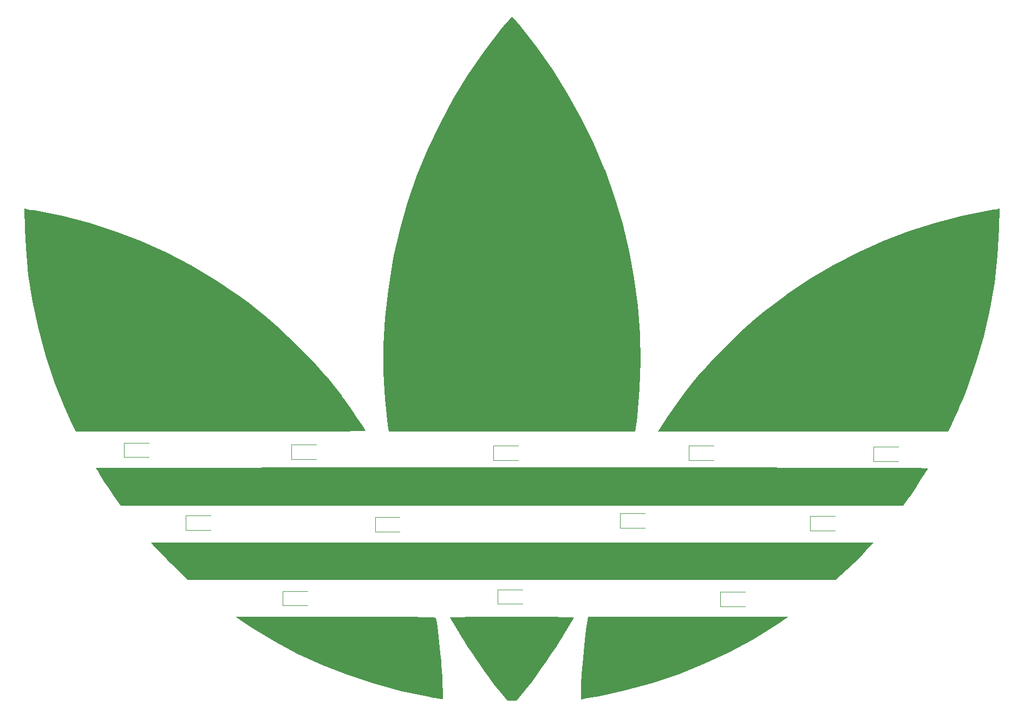
<source format=gbr>
%TF.GenerationSoftware,KiCad,Pcbnew,7.99.0-1211-g2ac3f4cc9e*%
%TF.CreationDate,Date%
%TF.ProjectId,adidas,61646964-6173-42e6-9b69-6361645f7063,v0.3*%
%TF.SameCoordinates,Original*%
%TF.FileFunction,Legend,Top*%
%TF.FilePolarity,Positive*%
%FSLAX46Y46*%
G04 Gerber Fmt 4.6, Leading zero omitted, Abs format (unit mm)*
G04 Created by KiCad*
%MOMM*%
%LPD*%
G01*
G04 APERTURE LIST*
%ADD10C,0.000000*%
%ADD11C,0.120000*%
G04 APERTURE END LIST*
D10*
%TO.C,silkscreen*%
G36*
X220411029Y-121466884D02*
G01*
X219884986Y-122013442D01*
X219235957Y-122667854D01*
X218528651Y-123365982D01*
X217827776Y-124043688D01*
X217449249Y-124402562D01*
X215717275Y-126029949D01*
X114457584Y-126029949D01*
X111837686Y-123463419D01*
X111150748Y-122786614D01*
X110512680Y-122150646D01*
X109949475Y-121581997D01*
X109487128Y-121107148D01*
X109151629Y-120752582D01*
X108968972Y-120544780D01*
X108956246Y-120527741D01*
X108694704Y-120158592D01*
X221640835Y-120158592D01*
X220411029Y-121466884D01*
G37*
G36*
X208343500Y-131778680D02*
G01*
X206438500Y-133034695D01*
X202787967Y-135289969D01*
X198997602Y-137336661D01*
X195082369Y-139168582D01*
X191057232Y-140779540D01*
X186937156Y-142163347D01*
X182737105Y-143313813D01*
X180207904Y-143884736D01*
X179465396Y-144035813D01*
X178727090Y-144180218D01*
X178068477Y-144303557D01*
X177565045Y-144391434D01*
X177477404Y-144405385D01*
X176975070Y-144485551D01*
X176526638Y-144561445D01*
X176244250Y-144613713D01*
X175895000Y-144685408D01*
X175896843Y-143749890D01*
X175925129Y-142349245D01*
X176001799Y-140758172D01*
X176122178Y-139035886D01*
X176281591Y-137241601D01*
X176475363Y-135434534D01*
X176683728Y-133783969D01*
X176957854Y-131773668D01*
X208343500Y-131778680D01*
G37*
G36*
X165218882Y-38052646D02*
G01*
X165466788Y-38308650D01*
X165812019Y-38692892D01*
X166222872Y-39170660D01*
X166411253Y-39395527D01*
X169034266Y-42738695D01*
X171506138Y-46270206D01*
X173810402Y-49961963D01*
X175930591Y-53785868D01*
X177850237Y-57713825D01*
X179552871Y-61717735D01*
X179671007Y-62019396D01*
X181145845Y-66138313D01*
X182396887Y-70334498D01*
X183421818Y-74589444D01*
X184218322Y-78884641D01*
X184784085Y-83201581D01*
X185116790Y-87521755D01*
X185214122Y-91826656D01*
X185073766Y-96097775D01*
X184693406Y-100316602D01*
X184577243Y-101236231D01*
X184369346Y-102799799D01*
X145825220Y-102799799D01*
X145682226Y-101810603D01*
X145217691Y-97734614D01*
X144989292Y-93575832D01*
X144996659Y-89344566D01*
X145239424Y-85051124D01*
X145717216Y-80705815D01*
X146429668Y-76318949D01*
X146632408Y-75276632D01*
X147605849Y-71055258D01*
X148823413Y-66859142D01*
X150275264Y-62708853D01*
X151951569Y-58624960D01*
X153842491Y-54628032D01*
X155938198Y-50738635D01*
X158228853Y-46977340D01*
X160704623Y-43364714D01*
X163355673Y-39921326D01*
X163788746Y-39395527D01*
X164218024Y-38888295D01*
X164595271Y-38459705D01*
X164888785Y-38144471D01*
X165066865Y-37977308D01*
X165100000Y-37959598D01*
X165218882Y-38052646D01*
G37*
G36*
X241264224Y-71042674D02*
G01*
X241039259Y-75275622D01*
X240563338Y-79501924D01*
X239835873Y-83724497D01*
X238856278Y-87946261D01*
X237623963Y-92170133D01*
X236179702Y-96290251D01*
X235913738Y-96966978D01*
X235579026Y-97782305D01*
X235202425Y-98674120D01*
X234810794Y-99580312D01*
X234430991Y-100438769D01*
X234089874Y-101187380D01*
X233814301Y-101764034D01*
X233802475Y-101787737D01*
X233296165Y-102799799D01*
X187939283Y-102799799D01*
X188225254Y-102321155D01*
X188393353Y-102053465D01*
X188673335Y-101622610D01*
X189033835Y-101076233D01*
X189443487Y-100461977D01*
X189716743Y-100055577D01*
X190853614Y-98407566D01*
X191951672Y-96898868D01*
X193051449Y-95480581D01*
X194193474Y-94103806D01*
X195418278Y-92719639D01*
X196766392Y-91279179D01*
X198239495Y-89772564D01*
X199876182Y-88158434D01*
X201418454Y-86706846D01*
X202919401Y-85372519D01*
X204432109Y-84110171D01*
X206009666Y-82874523D01*
X207705160Y-81620293D01*
X208280000Y-81208542D01*
X211778247Y-78872877D01*
X215436096Y-76724540D01*
X219231235Y-74772701D01*
X223141353Y-73026528D01*
X227144138Y-71495192D01*
X231217279Y-70187862D01*
X235338465Y-69113708D01*
X239485384Y-68281900D01*
X239903000Y-68212012D01*
X240382967Y-68130444D01*
X240801099Y-68054691D01*
X241032854Y-68008356D01*
X241337209Y-67940323D01*
X241264224Y-71042674D01*
G37*
G36*
X139822500Y-131773811D02*
G01*
X141902664Y-131774364D01*
X143755237Y-131775515D01*
X145393422Y-131777453D01*
X146830424Y-131780364D01*
X148079447Y-131784436D01*
X149153694Y-131789858D01*
X150066371Y-131796816D01*
X150830680Y-131805499D01*
X151459828Y-131816094D01*
X151967016Y-131828789D01*
X152365450Y-131843772D01*
X152668334Y-131861230D01*
X152888871Y-131881352D01*
X153040267Y-131904324D01*
X153135725Y-131930335D01*
X153188449Y-131959572D01*
X153211643Y-131992223D01*
X153213272Y-131997035D01*
X153265071Y-132244679D01*
X153338425Y-132702400D01*
X153427864Y-133326447D01*
X153527919Y-134073068D01*
X153633119Y-134898514D01*
X153737995Y-135759032D01*
X153837076Y-136610873D01*
X153924893Y-137410284D01*
X153995976Y-138113517D01*
X154039101Y-138602311D01*
X154091390Y-139335713D01*
X154146229Y-140229355D01*
X154198277Y-141188323D01*
X154242192Y-142117704D01*
X154256419Y-142463366D01*
X154285223Y-143275931D01*
X154297803Y-143866121D01*
X154292800Y-144266402D01*
X154268860Y-144509238D01*
X154224624Y-144627095D01*
X154164913Y-144653054D01*
X153979770Y-144626912D01*
X153596352Y-144563706D01*
X153066250Y-144472220D01*
X152441059Y-144361238D01*
X152273000Y-144330942D01*
X147963337Y-143428304D01*
X143733597Y-142295380D01*
X139596554Y-140937286D01*
X135564986Y-139359137D01*
X131651668Y-137566048D01*
X127869375Y-135563136D01*
X124230883Y-133355516D01*
X123255140Y-132711824D01*
X121858197Y-131773668D01*
X137501540Y-131773668D01*
X139822500Y-131773811D01*
G37*
G36*
X166640797Y-131774709D02*
G01*
X168105647Y-131777724D01*
X169475045Y-131782547D01*
X170729488Y-131789015D01*
X171849472Y-131796964D01*
X172815494Y-131806230D01*
X173608050Y-131816649D01*
X174207637Y-131828056D01*
X174594750Y-131840287D01*
X174749887Y-131853178D01*
X174752000Y-131854883D01*
X174686605Y-132012272D01*
X174503670Y-132351700D01*
X174223070Y-132840512D01*
X173864679Y-133446055D01*
X173448371Y-134135674D01*
X172994020Y-134876715D01*
X172521500Y-135636524D01*
X172050687Y-136382446D01*
X171601454Y-137081827D01*
X171193675Y-137702013D01*
X171189113Y-137708844D01*
X170399152Y-138877152D01*
X169664734Y-139929554D01*
X168933876Y-140937290D01*
X168154596Y-141971594D01*
X167274913Y-143103706D01*
X166974635Y-143484472D01*
X165839034Y-144920402D01*
X164360965Y-144920402D01*
X163225364Y-143484472D01*
X162304134Y-142307721D01*
X161499374Y-141250794D01*
X160759101Y-140242454D01*
X160031333Y-139211462D01*
X159264088Y-138086581D01*
X159010886Y-137708844D01*
X158603725Y-137089806D01*
X158154872Y-136391182D01*
X157684200Y-135645625D01*
X157211583Y-134885790D01*
X156756896Y-134144330D01*
X156340014Y-133453900D01*
X155980809Y-132847154D01*
X155699158Y-132356747D01*
X155514933Y-132015332D01*
X155448009Y-131855565D01*
X155448000Y-131854883D01*
X155571749Y-131841918D01*
X155929994Y-131829593D01*
X156503231Y-131818070D01*
X157271958Y-131807515D01*
X158216669Y-131798091D01*
X159317863Y-131789962D01*
X160556034Y-131783293D01*
X161911680Y-131778248D01*
X163365296Y-131774991D01*
X164897380Y-131773686D01*
X165100000Y-131773668D01*
X166640797Y-131774709D01*
G37*
G36*
X89166608Y-68008220D02*
G01*
X89451224Y-68064488D01*
X89884786Y-68142267D01*
X90297000Y-68212012D01*
X94594837Y-69046815D01*
X98827521Y-70126807D01*
X102986513Y-71448320D01*
X107063271Y-73007687D01*
X111049255Y-74801241D01*
X114935924Y-76825316D01*
X118714740Y-79076245D01*
X122377160Y-81550360D01*
X123802702Y-82597973D01*
X125180526Y-83654601D01*
X126450417Y-84674153D01*
X127662358Y-85700578D01*
X128866331Y-86777827D01*
X130112319Y-87949850D01*
X131450303Y-89260598D01*
X131960504Y-89771250D01*
X133295261Y-91133123D01*
X134473755Y-92380672D01*
X135536791Y-93560623D01*
X136525175Y-94719706D01*
X137479714Y-95904648D01*
X138441214Y-97162177D01*
X138594605Y-97368094D01*
X138956358Y-97863982D01*
X139378899Y-98457269D01*
X139839641Y-99114714D01*
X140315999Y-99803077D01*
X140785386Y-100489118D01*
X141225215Y-101139597D01*
X141612901Y-101721274D01*
X141925855Y-102200910D01*
X142141493Y-102545264D01*
X142237227Y-102721096D01*
X142239999Y-102732926D01*
X142115121Y-102739944D01*
X141748969Y-102746759D01*
X141154270Y-102753332D01*
X140343752Y-102759626D01*
X139330140Y-102765603D01*
X138126163Y-102771226D01*
X136744545Y-102776457D01*
X135198015Y-102781259D01*
X133499299Y-102785594D01*
X131661123Y-102789425D01*
X129696215Y-102792713D01*
X127617300Y-102795422D01*
X125437107Y-102797514D01*
X123168361Y-102798952D01*
X120823789Y-102799697D01*
X119571917Y-102799799D01*
X96903834Y-102799799D01*
X96409486Y-101810603D01*
X96174236Y-101322484D01*
X95874497Y-100675059D01*
X95544764Y-99944117D01*
X95219533Y-99205445D01*
X95140180Y-99021971D01*
X93533573Y-94983437D01*
X92160526Y-90876196D01*
X91024488Y-86715779D01*
X90128910Y-82517712D01*
X89477240Y-78297524D01*
X89072930Y-74070746D01*
X88938693Y-71106357D01*
X88861717Y-67940052D01*
X89166608Y-68008220D01*
G37*
G36*
X170509414Y-108416083D02*
G01*
X175667122Y-108416698D01*
X180575419Y-108417730D01*
X185236599Y-108419182D01*
X189652955Y-108421060D01*
X193826782Y-108423368D01*
X197760375Y-108426111D01*
X201456026Y-108429293D01*
X204916030Y-108432920D01*
X208142681Y-108436996D01*
X211138273Y-108441525D01*
X213905101Y-108446514D01*
X216445459Y-108451965D01*
X218761640Y-108457884D01*
X220855938Y-108464276D01*
X222730648Y-108471145D01*
X224388064Y-108478497D01*
X225830480Y-108486335D01*
X227060190Y-108494665D01*
X228079489Y-108503491D01*
X228890669Y-108512817D01*
X229496026Y-108522650D01*
X229897853Y-108532993D01*
X230098444Y-108543851D01*
X230124000Y-108549564D01*
X230055178Y-108708853D01*
X229862421Y-109046098D01*
X229566292Y-109529309D01*
X229187354Y-110126500D01*
X228746169Y-110805682D01*
X228263301Y-111534868D01*
X227759311Y-112282068D01*
X227254764Y-113015296D01*
X227235640Y-113042763D01*
X226279899Y-114414874D01*
X103933166Y-114414874D01*
X102842266Y-112851306D01*
X102370919Y-112166733D01*
X101892212Y-111455510D01*
X101427764Y-110751464D01*
X100999192Y-110088423D01*
X100628112Y-109500212D01*
X100336142Y-109020659D01*
X100144899Y-108683591D01*
X100076000Y-108522834D01*
X100076000Y-108522613D01*
X100201747Y-108515963D01*
X100573980Y-108509418D01*
X101185185Y-108502990D01*
X102027847Y-108496692D01*
X103094452Y-108490535D01*
X104377485Y-108484533D01*
X105869433Y-108478698D01*
X107562780Y-108473042D01*
X109450014Y-108467577D01*
X111523619Y-108462315D01*
X113776081Y-108457270D01*
X116199886Y-108452453D01*
X118787519Y-108447877D01*
X121531467Y-108443553D01*
X124424215Y-108439495D01*
X127458249Y-108435715D01*
X130626055Y-108432224D01*
X133920117Y-108429036D01*
X137332923Y-108426163D01*
X140856957Y-108423617D01*
X144484706Y-108421410D01*
X148208654Y-108419554D01*
X152021289Y-108418063D01*
X155915095Y-108416948D01*
X159882558Y-108416222D01*
X163916165Y-108415896D01*
X165100000Y-108415879D01*
X170509414Y-108416083D01*
G37*
D11*
%TO.C,D2*%
X162868800Y-127490600D02*
X162868800Y-129760600D01*
X162868800Y-129760600D02*
X166753800Y-129760600D01*
X166753800Y-127490600D02*
X162868800Y-127490600D01*
%TO.C,D5*%
X143686500Y-116187600D02*
X143686500Y-118457600D01*
X143686500Y-118457600D02*
X147571500Y-118457600D01*
X147571500Y-116187600D02*
X143686500Y-116187600D01*
%TO.C,D12*%
X221644400Y-105189400D02*
X221644400Y-107459400D01*
X221644400Y-107459400D02*
X225529400Y-107459400D01*
X225529400Y-105189400D02*
X221644400Y-105189400D01*
%TO.C,D4*%
X114123400Y-115959000D02*
X114123400Y-118229000D01*
X114123400Y-118229000D02*
X118008400Y-118229000D01*
X118008400Y-115959000D02*
X114123400Y-115959000D01*
%TO.C,D6*%
X182019700Y-115628800D02*
X182019700Y-117898800D01*
X182019700Y-117898800D02*
X185904700Y-117898800D01*
X185904700Y-115628800D02*
X182019700Y-115628800D01*
%TO.C,D10*%
X162151600Y-105011600D02*
X162151600Y-107281600D01*
X162151600Y-107281600D02*
X166036600Y-107281600D01*
X166036600Y-105011600D02*
X162151600Y-105011600D01*
%TO.C,D8*%
X104446000Y-104554400D02*
X104446000Y-106824400D01*
X104446000Y-106824400D02*
X108331000Y-106824400D01*
X108331000Y-104554400D02*
X104446000Y-104554400D01*
%TO.C,D9*%
X130633400Y-104833800D02*
X130633400Y-107103800D01*
X130633400Y-107103800D02*
X134518400Y-107103800D01*
X134518400Y-104833800D02*
X130633400Y-104833800D01*
%TO.C,D11*%
X192736200Y-105037000D02*
X192736200Y-107307000D01*
X192736200Y-107307000D02*
X196621200Y-107307000D01*
X196621200Y-105037000D02*
X192736200Y-105037000D01*
%TO.C,D3*%
X197689200Y-127846200D02*
X197689200Y-130116200D01*
X197689200Y-130116200D02*
X201574200Y-130116200D01*
X201574200Y-127846200D02*
X197689200Y-127846200D01*
%TO.C,D7*%
X211710200Y-116035200D02*
X211710200Y-118305200D01*
X211710200Y-118305200D02*
X215595200Y-118305200D01*
X215595200Y-116035200D02*
X211710200Y-116035200D01*
%TO.C,D1*%
X129224800Y-127744600D02*
X129224800Y-130014600D01*
X129224800Y-130014600D02*
X133109800Y-130014600D01*
X133109800Y-127744600D02*
X129224800Y-127744600D01*
%TD*%
M02*

</source>
